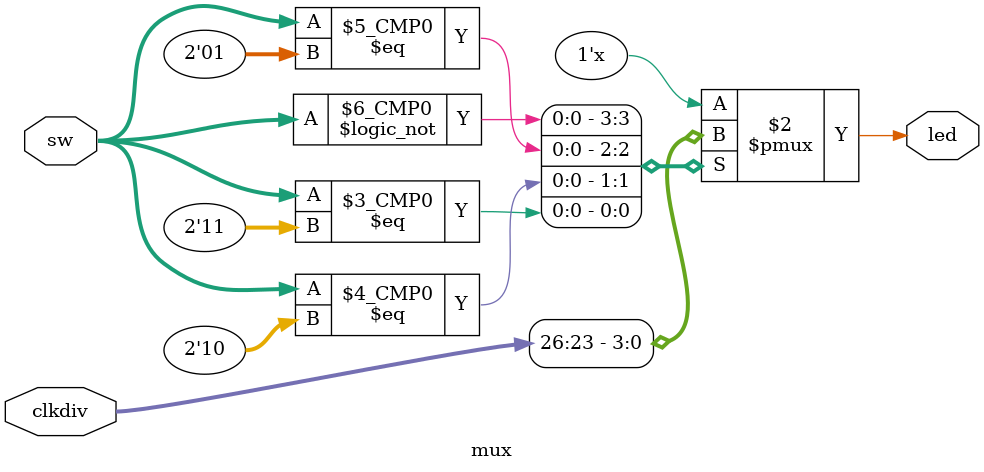
<source format=v>
`timescale 1ns / 1ps

module mux(
    input [1:0] sw,
    input [26:0] clkdiv,
    output reg led
    );
 
always @ (sw,led,clkdiv)
 
begin 
	case (sw) 
 
      2'b00:
       led = clkdiv[26];
                                
      2'b01:
       led = clkdiv[25];
                                
      2'b10:
       led = clkdiv[24];
                                
      2'b11:
       led = clkdiv[23];

	default:
       led = clkdiv[26];

endcase 
 
end


endmodule
</source>
